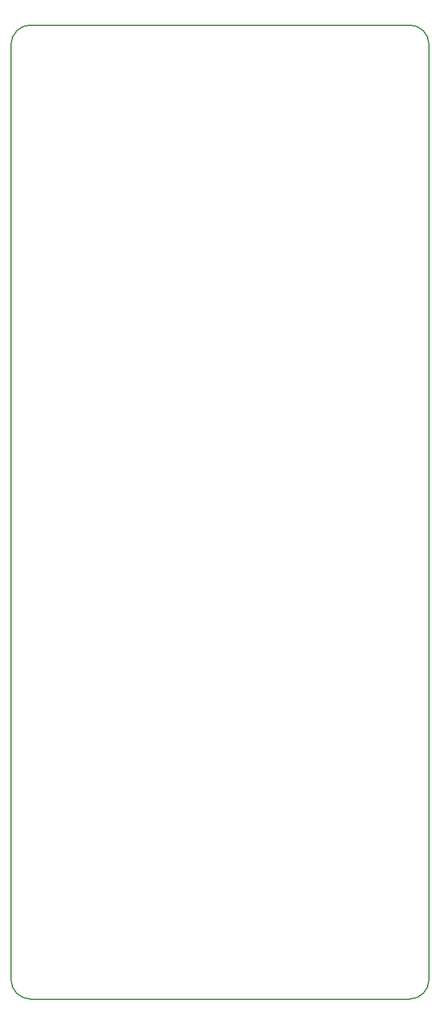
<source format=gm1>
G04 #@! TF.FileFunction,Profile,NP*
%FSLAX46Y46*%
G04 Gerber Fmt 4.6, Leading zero omitted, Abs format (unit mm)*
G04 Created by KiCad (PCBNEW 4.0.6) date Monday, September 25, 2017 'AMt' 01:13:48 AM*
%MOMM*%
%LPD*%
G01*
G04 APERTURE LIST*
%ADD10C,0.100000*%
%ADD11C,0.150000*%
G04 APERTURE END LIST*
D10*
D11*
X119380000Y-179070000D02*
G75*
G03X121920000Y-181610000I2540000J0D01*
G01*
X171450000Y-181610000D02*
G75*
G03X173990000Y-179070000I0J2540000D01*
G01*
X173990000Y-57150000D02*
G75*
G03X171450000Y-54610000I-2540000J0D01*
G01*
X121920000Y-54610000D02*
G75*
G03X119380000Y-57150000I0J-2540000D01*
G01*
X119380000Y-179070000D02*
X119380000Y-57150000D01*
X171450000Y-181610000D02*
X121920000Y-181610000D01*
X173990000Y-57150000D02*
X173990000Y-179070000D01*
X121920000Y-54610000D02*
X171450000Y-54610000D01*
M02*

</source>
